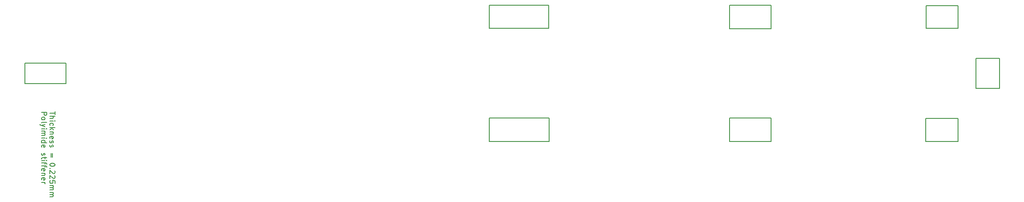
<source format=gbr>
G04 #@! TF.GenerationSoftware,KiCad,Pcbnew,7.0.7*
G04 #@! TF.CreationDate,2024-05-14T22:52:39+02:00*
G04 #@! TF.ProjectId,Index_Middle_Ring_V3,496e6465-785f-44d6-9964-646c655f5269,rev?*
G04 #@! TF.SameCoordinates,Original*
G04 #@! TF.FileFunction,Other,User*
%FSLAX46Y46*%
G04 Gerber Fmt 4.6, Leading zero omitted, Abs format (unit mm)*
G04 Created by KiCad (PCBNEW 7.0.7) date 2024-05-14 22:52:39*
%MOMM*%
%LPD*%
G01*
G04 APERTURE LIST*
%ADD10C,0.150000*%
G04 APERTURE END LIST*
D10*
X231180002Y-115024001D02*
X231180000Y-120824000D01*
X226604602Y-120824000D01*
X226604601Y-115024000D01*
X231180002Y-115024001D01*
X132280000Y-104674000D02*
X143860000Y-104674000D01*
X143860000Y-109184000D01*
X132280000Y-109184000D01*
X132280000Y-104674000D01*
X132300001Y-126614000D02*
X143880000Y-126614000D01*
X143880000Y-131144000D01*
X132300001Y-131144000D01*
X132300001Y-126614000D01*
X223130000Y-109124000D02*
X216930000Y-109124000D01*
X216930000Y-104724001D01*
X223130001Y-104724000D01*
X223130000Y-109124000D01*
X50280000Y-119919414D02*
X42279999Y-119919414D01*
X42280000Y-115919414D01*
X50279999Y-115919414D01*
X50280000Y-119919414D01*
X216890000Y-126673999D02*
X223179998Y-126673999D01*
X223179998Y-131154000D01*
X216890000Y-131154000D01*
X216890000Y-126673999D01*
X178870000Y-104654000D02*
X186890000Y-104654000D01*
X186890000Y-109254000D01*
X178870000Y-109254000D01*
X178870000Y-104654000D01*
X178870000Y-126634000D02*
X186890000Y-126634000D01*
X186890000Y-131184000D01*
X178870000Y-131184000D01*
X178870000Y-126634000D01*
X48143905Y-125353337D02*
X48143905Y-125924765D01*
X47143905Y-125639051D02*
X48143905Y-125639051D01*
X47143905Y-126258099D02*
X48143905Y-126258099D01*
X47143905Y-126686670D02*
X47667715Y-126686670D01*
X47667715Y-126686670D02*
X47762953Y-126639051D01*
X47762953Y-126639051D02*
X47810572Y-126543813D01*
X47810572Y-126543813D02*
X47810572Y-126400956D01*
X47810572Y-126400956D02*
X47762953Y-126305718D01*
X47762953Y-126305718D02*
X47715334Y-126258099D01*
X47143905Y-127162861D02*
X47810572Y-127162861D01*
X48143905Y-127162861D02*
X48096286Y-127115242D01*
X48096286Y-127115242D02*
X48048667Y-127162861D01*
X48048667Y-127162861D02*
X48096286Y-127210480D01*
X48096286Y-127210480D02*
X48143905Y-127162861D01*
X48143905Y-127162861D02*
X48048667Y-127162861D01*
X47191525Y-128067622D02*
X47143905Y-127972384D01*
X47143905Y-127972384D02*
X47143905Y-127781908D01*
X47143905Y-127781908D02*
X47191525Y-127686670D01*
X47191525Y-127686670D02*
X47239144Y-127639051D01*
X47239144Y-127639051D02*
X47334382Y-127591432D01*
X47334382Y-127591432D02*
X47620096Y-127591432D01*
X47620096Y-127591432D02*
X47715334Y-127639051D01*
X47715334Y-127639051D02*
X47762953Y-127686670D01*
X47762953Y-127686670D02*
X47810572Y-127781908D01*
X47810572Y-127781908D02*
X47810572Y-127972384D01*
X47810572Y-127972384D02*
X47762953Y-128067622D01*
X47143905Y-128496194D02*
X48143905Y-128496194D01*
X47524858Y-128591432D02*
X47143905Y-128877146D01*
X47810572Y-128877146D02*
X47429620Y-128496194D01*
X47810572Y-129305718D02*
X47143905Y-129305718D01*
X47715334Y-129305718D02*
X47762953Y-129353337D01*
X47762953Y-129353337D02*
X47810572Y-129448575D01*
X47810572Y-129448575D02*
X47810572Y-129591432D01*
X47810572Y-129591432D02*
X47762953Y-129686670D01*
X47762953Y-129686670D02*
X47667715Y-129734289D01*
X47667715Y-129734289D02*
X47143905Y-129734289D01*
X47191525Y-130591432D02*
X47143905Y-130496194D01*
X47143905Y-130496194D02*
X47143905Y-130305718D01*
X47143905Y-130305718D02*
X47191525Y-130210480D01*
X47191525Y-130210480D02*
X47286763Y-130162861D01*
X47286763Y-130162861D02*
X47667715Y-130162861D01*
X47667715Y-130162861D02*
X47762953Y-130210480D01*
X47762953Y-130210480D02*
X47810572Y-130305718D01*
X47810572Y-130305718D02*
X47810572Y-130496194D01*
X47810572Y-130496194D02*
X47762953Y-130591432D01*
X47762953Y-130591432D02*
X47667715Y-130639051D01*
X47667715Y-130639051D02*
X47572477Y-130639051D01*
X47572477Y-130639051D02*
X47477239Y-130162861D01*
X47191525Y-131020004D02*
X47143905Y-131115242D01*
X47143905Y-131115242D02*
X47143905Y-131305718D01*
X47143905Y-131305718D02*
X47191525Y-131400956D01*
X47191525Y-131400956D02*
X47286763Y-131448575D01*
X47286763Y-131448575D02*
X47334382Y-131448575D01*
X47334382Y-131448575D02*
X47429620Y-131400956D01*
X47429620Y-131400956D02*
X47477239Y-131305718D01*
X47477239Y-131305718D02*
X47477239Y-131162861D01*
X47477239Y-131162861D02*
X47524858Y-131067623D01*
X47524858Y-131067623D02*
X47620096Y-131020004D01*
X47620096Y-131020004D02*
X47667715Y-131020004D01*
X47667715Y-131020004D02*
X47762953Y-131067623D01*
X47762953Y-131067623D02*
X47810572Y-131162861D01*
X47810572Y-131162861D02*
X47810572Y-131305718D01*
X47810572Y-131305718D02*
X47762953Y-131400956D01*
X47191525Y-131829528D02*
X47143905Y-131924766D01*
X47143905Y-131924766D02*
X47143905Y-132115242D01*
X47143905Y-132115242D02*
X47191525Y-132210480D01*
X47191525Y-132210480D02*
X47286763Y-132258099D01*
X47286763Y-132258099D02*
X47334382Y-132258099D01*
X47334382Y-132258099D02*
X47429620Y-132210480D01*
X47429620Y-132210480D02*
X47477239Y-132115242D01*
X47477239Y-132115242D02*
X47477239Y-131972385D01*
X47477239Y-131972385D02*
X47524858Y-131877147D01*
X47524858Y-131877147D02*
X47620096Y-131829528D01*
X47620096Y-131829528D02*
X47667715Y-131829528D01*
X47667715Y-131829528D02*
X47762953Y-131877147D01*
X47762953Y-131877147D02*
X47810572Y-131972385D01*
X47810572Y-131972385D02*
X47810572Y-132115242D01*
X47810572Y-132115242D02*
X47762953Y-132210480D01*
X47667715Y-133448576D02*
X47667715Y-134210481D01*
X47382001Y-134210481D02*
X47382001Y-133448576D01*
X48143905Y-135639052D02*
X48143905Y-135734290D01*
X48143905Y-135734290D02*
X48096286Y-135829528D01*
X48096286Y-135829528D02*
X48048667Y-135877147D01*
X48048667Y-135877147D02*
X47953429Y-135924766D01*
X47953429Y-135924766D02*
X47762953Y-135972385D01*
X47762953Y-135972385D02*
X47524858Y-135972385D01*
X47524858Y-135972385D02*
X47334382Y-135924766D01*
X47334382Y-135924766D02*
X47239144Y-135877147D01*
X47239144Y-135877147D02*
X47191525Y-135829528D01*
X47191525Y-135829528D02*
X47143905Y-135734290D01*
X47143905Y-135734290D02*
X47143905Y-135639052D01*
X47143905Y-135639052D02*
X47191525Y-135543814D01*
X47191525Y-135543814D02*
X47239144Y-135496195D01*
X47239144Y-135496195D02*
X47334382Y-135448576D01*
X47334382Y-135448576D02*
X47524858Y-135400957D01*
X47524858Y-135400957D02*
X47762953Y-135400957D01*
X47762953Y-135400957D02*
X47953429Y-135448576D01*
X47953429Y-135448576D02*
X48048667Y-135496195D01*
X48048667Y-135496195D02*
X48096286Y-135543814D01*
X48096286Y-135543814D02*
X48143905Y-135639052D01*
X47239144Y-136400957D02*
X47191525Y-136448576D01*
X47191525Y-136448576D02*
X47143905Y-136400957D01*
X47143905Y-136400957D02*
X47191525Y-136353338D01*
X47191525Y-136353338D02*
X47239144Y-136400957D01*
X47239144Y-136400957D02*
X47143905Y-136400957D01*
X48048667Y-136829528D02*
X48096286Y-136877147D01*
X48096286Y-136877147D02*
X48143905Y-136972385D01*
X48143905Y-136972385D02*
X48143905Y-137210480D01*
X48143905Y-137210480D02*
X48096286Y-137305718D01*
X48096286Y-137305718D02*
X48048667Y-137353337D01*
X48048667Y-137353337D02*
X47953429Y-137400956D01*
X47953429Y-137400956D02*
X47858191Y-137400956D01*
X47858191Y-137400956D02*
X47715334Y-137353337D01*
X47715334Y-137353337D02*
X47143905Y-136781909D01*
X47143905Y-136781909D02*
X47143905Y-137400956D01*
X48048667Y-137781909D02*
X48096286Y-137829528D01*
X48096286Y-137829528D02*
X48143905Y-137924766D01*
X48143905Y-137924766D02*
X48143905Y-138162861D01*
X48143905Y-138162861D02*
X48096286Y-138258099D01*
X48096286Y-138258099D02*
X48048667Y-138305718D01*
X48048667Y-138305718D02*
X47953429Y-138353337D01*
X47953429Y-138353337D02*
X47858191Y-138353337D01*
X47858191Y-138353337D02*
X47715334Y-138305718D01*
X47715334Y-138305718D02*
X47143905Y-137734290D01*
X47143905Y-137734290D02*
X47143905Y-138353337D01*
X48143905Y-139258099D02*
X48143905Y-138781909D01*
X48143905Y-138781909D02*
X47667715Y-138734290D01*
X47667715Y-138734290D02*
X47715334Y-138781909D01*
X47715334Y-138781909D02*
X47762953Y-138877147D01*
X47762953Y-138877147D02*
X47762953Y-139115242D01*
X47762953Y-139115242D02*
X47715334Y-139210480D01*
X47715334Y-139210480D02*
X47667715Y-139258099D01*
X47667715Y-139258099D02*
X47572477Y-139305718D01*
X47572477Y-139305718D02*
X47334382Y-139305718D01*
X47334382Y-139305718D02*
X47239144Y-139258099D01*
X47239144Y-139258099D02*
X47191525Y-139210480D01*
X47191525Y-139210480D02*
X47143905Y-139115242D01*
X47143905Y-139115242D02*
X47143905Y-138877147D01*
X47143905Y-138877147D02*
X47191525Y-138781909D01*
X47191525Y-138781909D02*
X47239144Y-138734290D01*
X47143905Y-139734290D02*
X47810572Y-139734290D01*
X47715334Y-139734290D02*
X47762953Y-139781909D01*
X47762953Y-139781909D02*
X47810572Y-139877147D01*
X47810572Y-139877147D02*
X47810572Y-140020004D01*
X47810572Y-140020004D02*
X47762953Y-140115242D01*
X47762953Y-140115242D02*
X47667715Y-140162861D01*
X47667715Y-140162861D02*
X47143905Y-140162861D01*
X47667715Y-140162861D02*
X47762953Y-140210480D01*
X47762953Y-140210480D02*
X47810572Y-140305718D01*
X47810572Y-140305718D02*
X47810572Y-140448575D01*
X47810572Y-140448575D02*
X47762953Y-140543814D01*
X47762953Y-140543814D02*
X47667715Y-140591433D01*
X47667715Y-140591433D02*
X47143905Y-140591433D01*
X47143905Y-141067623D02*
X47810572Y-141067623D01*
X47715334Y-141067623D02*
X47762953Y-141115242D01*
X47762953Y-141115242D02*
X47810572Y-141210480D01*
X47810572Y-141210480D02*
X47810572Y-141353337D01*
X47810572Y-141353337D02*
X47762953Y-141448575D01*
X47762953Y-141448575D02*
X47667715Y-141496194D01*
X47667715Y-141496194D02*
X47143905Y-141496194D01*
X47667715Y-141496194D02*
X47762953Y-141543813D01*
X47762953Y-141543813D02*
X47810572Y-141639051D01*
X47810572Y-141639051D02*
X47810572Y-141781908D01*
X47810572Y-141781908D02*
X47762953Y-141877147D01*
X47762953Y-141877147D02*
X47667715Y-141924766D01*
X47667715Y-141924766D02*
X47143905Y-141924766D01*
X45533905Y-125496194D02*
X46533905Y-125496194D01*
X46533905Y-125496194D02*
X46533905Y-125877146D01*
X46533905Y-125877146D02*
X46486286Y-125972384D01*
X46486286Y-125972384D02*
X46438667Y-126020003D01*
X46438667Y-126020003D02*
X46343429Y-126067622D01*
X46343429Y-126067622D02*
X46200572Y-126067622D01*
X46200572Y-126067622D02*
X46105334Y-126020003D01*
X46105334Y-126020003D02*
X46057715Y-125972384D01*
X46057715Y-125972384D02*
X46010096Y-125877146D01*
X46010096Y-125877146D02*
X46010096Y-125496194D01*
X45533905Y-126639051D02*
X45581525Y-126543813D01*
X45581525Y-126543813D02*
X45629144Y-126496194D01*
X45629144Y-126496194D02*
X45724382Y-126448575D01*
X45724382Y-126448575D02*
X46010096Y-126448575D01*
X46010096Y-126448575D02*
X46105334Y-126496194D01*
X46105334Y-126496194D02*
X46152953Y-126543813D01*
X46152953Y-126543813D02*
X46200572Y-126639051D01*
X46200572Y-126639051D02*
X46200572Y-126781908D01*
X46200572Y-126781908D02*
X46152953Y-126877146D01*
X46152953Y-126877146D02*
X46105334Y-126924765D01*
X46105334Y-126924765D02*
X46010096Y-126972384D01*
X46010096Y-126972384D02*
X45724382Y-126972384D01*
X45724382Y-126972384D02*
X45629144Y-126924765D01*
X45629144Y-126924765D02*
X45581525Y-126877146D01*
X45581525Y-126877146D02*
X45533905Y-126781908D01*
X45533905Y-126781908D02*
X45533905Y-126639051D01*
X45533905Y-127543813D02*
X45581525Y-127448575D01*
X45581525Y-127448575D02*
X45676763Y-127400956D01*
X45676763Y-127400956D02*
X46533905Y-127400956D01*
X46200572Y-127829528D02*
X45533905Y-128067623D01*
X46200572Y-128305718D02*
X45533905Y-128067623D01*
X45533905Y-128067623D02*
X45295810Y-127972385D01*
X45295810Y-127972385D02*
X45248191Y-127924766D01*
X45248191Y-127924766D02*
X45200572Y-127829528D01*
X45533905Y-128686671D02*
X46200572Y-128686671D01*
X46533905Y-128686671D02*
X46486286Y-128639052D01*
X46486286Y-128639052D02*
X46438667Y-128686671D01*
X46438667Y-128686671D02*
X46486286Y-128734290D01*
X46486286Y-128734290D02*
X46533905Y-128686671D01*
X46533905Y-128686671D02*
X46438667Y-128686671D01*
X45533905Y-129162861D02*
X46200572Y-129162861D01*
X46105334Y-129162861D02*
X46152953Y-129210480D01*
X46152953Y-129210480D02*
X46200572Y-129305718D01*
X46200572Y-129305718D02*
X46200572Y-129448575D01*
X46200572Y-129448575D02*
X46152953Y-129543813D01*
X46152953Y-129543813D02*
X46057715Y-129591432D01*
X46057715Y-129591432D02*
X45533905Y-129591432D01*
X46057715Y-129591432D02*
X46152953Y-129639051D01*
X46152953Y-129639051D02*
X46200572Y-129734289D01*
X46200572Y-129734289D02*
X46200572Y-129877146D01*
X46200572Y-129877146D02*
X46152953Y-129972385D01*
X46152953Y-129972385D02*
X46057715Y-130020004D01*
X46057715Y-130020004D02*
X45533905Y-130020004D01*
X45533905Y-130496194D02*
X46200572Y-130496194D01*
X46533905Y-130496194D02*
X46486286Y-130448575D01*
X46486286Y-130448575D02*
X46438667Y-130496194D01*
X46438667Y-130496194D02*
X46486286Y-130543813D01*
X46486286Y-130543813D02*
X46533905Y-130496194D01*
X46533905Y-130496194D02*
X46438667Y-130496194D01*
X45533905Y-131400955D02*
X46533905Y-131400955D01*
X45581525Y-131400955D02*
X45533905Y-131305717D01*
X45533905Y-131305717D02*
X45533905Y-131115241D01*
X45533905Y-131115241D02*
X45581525Y-131020003D01*
X45581525Y-131020003D02*
X45629144Y-130972384D01*
X45629144Y-130972384D02*
X45724382Y-130924765D01*
X45724382Y-130924765D02*
X46010096Y-130924765D01*
X46010096Y-130924765D02*
X46105334Y-130972384D01*
X46105334Y-130972384D02*
X46152953Y-131020003D01*
X46152953Y-131020003D02*
X46200572Y-131115241D01*
X46200572Y-131115241D02*
X46200572Y-131305717D01*
X46200572Y-131305717D02*
X46152953Y-131400955D01*
X45581525Y-132258098D02*
X45533905Y-132162860D01*
X45533905Y-132162860D02*
X45533905Y-131972384D01*
X45533905Y-131972384D02*
X45581525Y-131877146D01*
X45581525Y-131877146D02*
X45676763Y-131829527D01*
X45676763Y-131829527D02*
X46057715Y-131829527D01*
X46057715Y-131829527D02*
X46152953Y-131877146D01*
X46152953Y-131877146D02*
X46200572Y-131972384D01*
X46200572Y-131972384D02*
X46200572Y-132162860D01*
X46200572Y-132162860D02*
X46152953Y-132258098D01*
X46152953Y-132258098D02*
X46057715Y-132305717D01*
X46057715Y-132305717D02*
X45962477Y-132305717D01*
X45962477Y-132305717D02*
X45867239Y-131829527D01*
X45581525Y-133448575D02*
X45533905Y-133543813D01*
X45533905Y-133543813D02*
X45533905Y-133734289D01*
X45533905Y-133734289D02*
X45581525Y-133829527D01*
X45581525Y-133829527D02*
X45676763Y-133877146D01*
X45676763Y-133877146D02*
X45724382Y-133877146D01*
X45724382Y-133877146D02*
X45819620Y-133829527D01*
X45819620Y-133829527D02*
X45867239Y-133734289D01*
X45867239Y-133734289D02*
X45867239Y-133591432D01*
X45867239Y-133591432D02*
X45914858Y-133496194D01*
X45914858Y-133496194D02*
X46010096Y-133448575D01*
X46010096Y-133448575D02*
X46057715Y-133448575D01*
X46057715Y-133448575D02*
X46152953Y-133496194D01*
X46152953Y-133496194D02*
X46200572Y-133591432D01*
X46200572Y-133591432D02*
X46200572Y-133734289D01*
X46200572Y-133734289D02*
X46152953Y-133829527D01*
X46200572Y-134162861D02*
X46200572Y-134543813D01*
X46533905Y-134305718D02*
X45676763Y-134305718D01*
X45676763Y-134305718D02*
X45581525Y-134353337D01*
X45581525Y-134353337D02*
X45533905Y-134448575D01*
X45533905Y-134448575D02*
X45533905Y-134543813D01*
X45533905Y-134877147D02*
X46200572Y-134877147D01*
X46533905Y-134877147D02*
X46486286Y-134829528D01*
X46486286Y-134829528D02*
X46438667Y-134877147D01*
X46438667Y-134877147D02*
X46486286Y-134924766D01*
X46486286Y-134924766D02*
X46533905Y-134877147D01*
X46533905Y-134877147D02*
X46438667Y-134877147D01*
X46200572Y-135210480D02*
X46200572Y-135591432D01*
X45533905Y-135353337D02*
X46391048Y-135353337D01*
X46391048Y-135353337D02*
X46486286Y-135400956D01*
X46486286Y-135400956D02*
X46533905Y-135496194D01*
X46533905Y-135496194D02*
X46533905Y-135591432D01*
X46200572Y-135781909D02*
X46200572Y-136162861D01*
X45533905Y-135924766D02*
X46391048Y-135924766D01*
X46391048Y-135924766D02*
X46486286Y-135972385D01*
X46486286Y-135972385D02*
X46533905Y-136067623D01*
X46533905Y-136067623D02*
X46533905Y-136162861D01*
X45581525Y-136877147D02*
X45533905Y-136781909D01*
X45533905Y-136781909D02*
X45533905Y-136591433D01*
X45533905Y-136591433D02*
X45581525Y-136496195D01*
X45581525Y-136496195D02*
X45676763Y-136448576D01*
X45676763Y-136448576D02*
X46057715Y-136448576D01*
X46057715Y-136448576D02*
X46152953Y-136496195D01*
X46152953Y-136496195D02*
X46200572Y-136591433D01*
X46200572Y-136591433D02*
X46200572Y-136781909D01*
X46200572Y-136781909D02*
X46152953Y-136877147D01*
X46152953Y-136877147D02*
X46057715Y-136924766D01*
X46057715Y-136924766D02*
X45962477Y-136924766D01*
X45962477Y-136924766D02*
X45867239Y-136448576D01*
X46200572Y-137353338D02*
X45533905Y-137353338D01*
X46105334Y-137353338D02*
X46152953Y-137400957D01*
X46152953Y-137400957D02*
X46200572Y-137496195D01*
X46200572Y-137496195D02*
X46200572Y-137639052D01*
X46200572Y-137639052D02*
X46152953Y-137734290D01*
X46152953Y-137734290D02*
X46057715Y-137781909D01*
X46057715Y-137781909D02*
X45533905Y-137781909D01*
X45581525Y-138639052D02*
X45533905Y-138543814D01*
X45533905Y-138543814D02*
X45533905Y-138353338D01*
X45533905Y-138353338D02*
X45581525Y-138258100D01*
X45581525Y-138258100D02*
X45676763Y-138210481D01*
X45676763Y-138210481D02*
X46057715Y-138210481D01*
X46057715Y-138210481D02*
X46152953Y-138258100D01*
X46152953Y-138258100D02*
X46200572Y-138353338D01*
X46200572Y-138353338D02*
X46200572Y-138543814D01*
X46200572Y-138543814D02*
X46152953Y-138639052D01*
X46152953Y-138639052D02*
X46057715Y-138686671D01*
X46057715Y-138686671D02*
X45962477Y-138686671D01*
X45962477Y-138686671D02*
X45867239Y-138210481D01*
X45533905Y-139115243D02*
X46200572Y-139115243D01*
X46010096Y-139115243D02*
X46105334Y-139162862D01*
X46105334Y-139162862D02*
X46152953Y-139210481D01*
X46152953Y-139210481D02*
X46200572Y-139305719D01*
X46200572Y-139305719D02*
X46200572Y-139400957D01*
M02*

</source>
